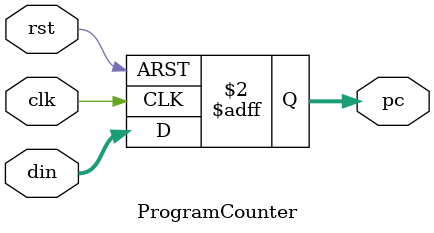
<source format=v>
`timescale 1ns / 1ps


module ProgramCounter(
    input [31:0] din,
    input rst,
    input clk,
    
    output reg [31:0] pc
    );
    
    always @ (posedge clk or posedge rst) begin
        if (rst) 
            pc <= 32'h0;   
        
        else
            pc <= din;
    end
    
    
endmodule

</source>
